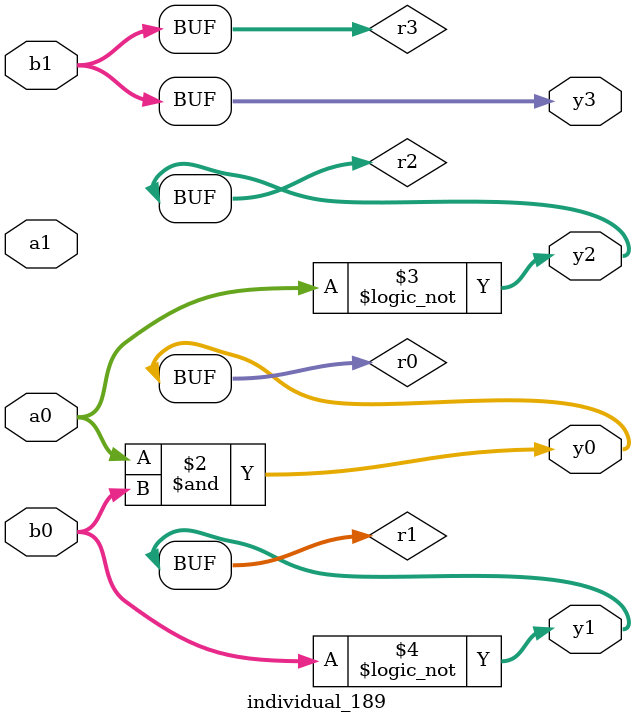
<source format=sv>
module individual_189(input logic [15:0] a1, input logic [15:0] a0, input logic [15:0] b1, input logic [15:0] b0, output logic [15:0] y3, output logic [15:0] y2, output logic [15:0] y1, output logic [15:0] y0);
logic [15:0] r0, r1, r2, r3; 
 always@(*) begin 
	 r0 = a0; r1 = a1; r2 = b0; r3 = b1; 
 	 r0  &=  b0 ;
 	 r2 = ! a0 ;
 	 r1 = ! b0 ;
 	 y3 = r3; y2 = r2; y1 = r1; y0 = r0; 
end
endmodule
</source>
